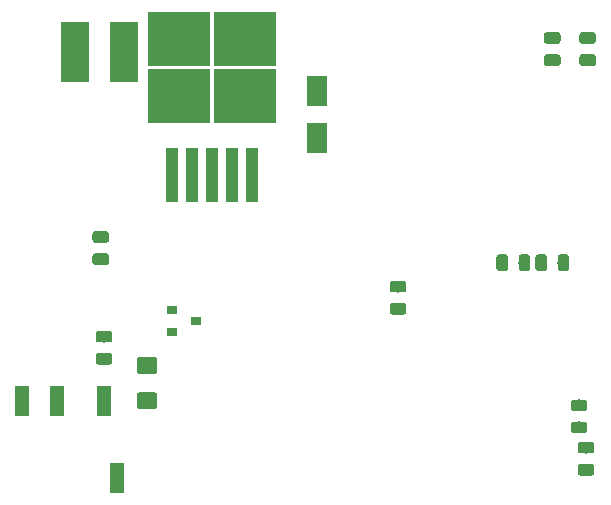
<source format=gbr>
G04 #@! TF.GenerationSoftware,KiCad,Pcbnew,(5.0.2)-1*
G04 #@! TF.CreationDate,2019-04-21T19:49:24-04:00*
G04 #@! TF.ProjectId,_saved__saved_tDCS,5f736176-6564-45f5-9f73-617665645f74,rev?*
G04 #@! TF.SameCoordinates,Original*
G04 #@! TF.FileFunction,Paste,Top*
G04 #@! TF.FilePolarity,Positive*
%FSLAX46Y46*%
G04 Gerber Fmt 4.6, Leading zero omitted, Abs format (unit mm)*
G04 Created by KiCad (PCBNEW (5.0.2)-1) date 4/21/2019 7:49:24 PM*
%MOMM*%
%LPD*%
G01*
G04 APERTURE LIST*
%ADD10C,0.100000*%
%ADD11C,0.975000*%
%ADD12R,2.350000X5.100000*%
%ADD13R,1.100000X4.600000*%
%ADD14R,5.250000X4.550000*%
%ADD15R,0.900000X0.800000*%
%ADD16R,1.200000X2.500000*%
%ADD17C,1.425000*%
%ADD18R,1.800000X2.500000*%
G04 APERTURE END LIST*
D10*
G04 #@! TO.C,R5*
G36*
X256430142Y-75688674D02*
X256453803Y-75692184D01*
X256477007Y-75697996D01*
X256499529Y-75706054D01*
X256521153Y-75716282D01*
X256541670Y-75728579D01*
X256560883Y-75742829D01*
X256578607Y-75758893D01*
X256594671Y-75776617D01*
X256608921Y-75795830D01*
X256621218Y-75816347D01*
X256631446Y-75837971D01*
X256639504Y-75860493D01*
X256645316Y-75883697D01*
X256648826Y-75907358D01*
X256650000Y-75931250D01*
X256650000Y-76418750D01*
X256648826Y-76442642D01*
X256645316Y-76466303D01*
X256639504Y-76489507D01*
X256631446Y-76512029D01*
X256621218Y-76533653D01*
X256608921Y-76554170D01*
X256594671Y-76573383D01*
X256578607Y-76591107D01*
X256560883Y-76607171D01*
X256541670Y-76621421D01*
X256521153Y-76633718D01*
X256499529Y-76643946D01*
X256477007Y-76652004D01*
X256453803Y-76657816D01*
X256430142Y-76661326D01*
X256406250Y-76662500D01*
X255493750Y-76662500D01*
X255469858Y-76661326D01*
X255446197Y-76657816D01*
X255422993Y-76652004D01*
X255400471Y-76643946D01*
X255378847Y-76633718D01*
X255358330Y-76621421D01*
X255339117Y-76607171D01*
X255321393Y-76591107D01*
X255305329Y-76573383D01*
X255291079Y-76554170D01*
X255278782Y-76533653D01*
X255268554Y-76512029D01*
X255260496Y-76489507D01*
X255254684Y-76466303D01*
X255251174Y-76442642D01*
X255250000Y-76418750D01*
X255250000Y-75931250D01*
X255251174Y-75907358D01*
X255254684Y-75883697D01*
X255260496Y-75860493D01*
X255268554Y-75837971D01*
X255278782Y-75816347D01*
X255291079Y-75795830D01*
X255305329Y-75776617D01*
X255321393Y-75758893D01*
X255339117Y-75742829D01*
X255358330Y-75728579D01*
X255378847Y-75716282D01*
X255400471Y-75706054D01*
X255422993Y-75697996D01*
X255446197Y-75692184D01*
X255469858Y-75688674D01*
X255493750Y-75687500D01*
X256406250Y-75687500D01*
X256430142Y-75688674D01*
X256430142Y-75688674D01*
G37*
D11*
X255950000Y-76175000D03*
D10*
G36*
X256430142Y-77563674D02*
X256453803Y-77567184D01*
X256477007Y-77572996D01*
X256499529Y-77581054D01*
X256521153Y-77591282D01*
X256541670Y-77603579D01*
X256560883Y-77617829D01*
X256578607Y-77633893D01*
X256594671Y-77651617D01*
X256608921Y-77670830D01*
X256621218Y-77691347D01*
X256631446Y-77712971D01*
X256639504Y-77735493D01*
X256645316Y-77758697D01*
X256648826Y-77782358D01*
X256650000Y-77806250D01*
X256650000Y-78293750D01*
X256648826Y-78317642D01*
X256645316Y-78341303D01*
X256639504Y-78364507D01*
X256631446Y-78387029D01*
X256621218Y-78408653D01*
X256608921Y-78429170D01*
X256594671Y-78448383D01*
X256578607Y-78466107D01*
X256560883Y-78482171D01*
X256541670Y-78496421D01*
X256521153Y-78508718D01*
X256499529Y-78518946D01*
X256477007Y-78527004D01*
X256453803Y-78532816D01*
X256430142Y-78536326D01*
X256406250Y-78537500D01*
X255493750Y-78537500D01*
X255469858Y-78536326D01*
X255446197Y-78532816D01*
X255422993Y-78527004D01*
X255400471Y-78518946D01*
X255378847Y-78508718D01*
X255358330Y-78496421D01*
X255339117Y-78482171D01*
X255321393Y-78466107D01*
X255305329Y-78448383D01*
X255291079Y-78429170D01*
X255278782Y-78408653D01*
X255268554Y-78387029D01*
X255260496Y-78364507D01*
X255254684Y-78341303D01*
X255251174Y-78317642D01*
X255250000Y-78293750D01*
X255250000Y-77806250D01*
X255251174Y-77782358D01*
X255254684Y-77758697D01*
X255260496Y-77735493D01*
X255268554Y-77712971D01*
X255278782Y-77691347D01*
X255291079Y-77670830D01*
X255305329Y-77651617D01*
X255321393Y-77633893D01*
X255339117Y-77617829D01*
X255358330Y-77603579D01*
X255378847Y-77591282D01*
X255400471Y-77581054D01*
X255422993Y-77572996D01*
X255446197Y-77567184D01*
X255469858Y-77563674D01*
X255493750Y-77562500D01*
X256406250Y-77562500D01*
X256430142Y-77563674D01*
X256430142Y-77563674D01*
G37*
D11*
X255950000Y-78050000D03*
G04 #@! TD*
D12*
G04 #@! TO.C,L1*
X212555000Y-77343000D03*
X216705000Y-77343000D03*
G04 #@! TD*
D13*
G04 #@! TO.C,U1*
X220755000Y-87817000D03*
X222455000Y-87817000D03*
X224155000Y-87817000D03*
X225855000Y-87817000D03*
X227555000Y-87817000D03*
D14*
X226930000Y-76242000D03*
X221380000Y-81092000D03*
X221380000Y-76242000D03*
X226930000Y-81092000D03*
G04 #@! TD*
D15*
G04 #@! TO.C,Q3*
X220775000Y-99200000D03*
X220775000Y-101100000D03*
X222775000Y-100150000D03*
G04 #@! TD*
D16*
G04 #@! TO.C,J1*
X216125000Y-113450000D03*
X215025000Y-106950000D03*
X211025000Y-106950000D03*
X208025000Y-106950000D03*
G04 #@! TD*
D10*
G04 #@! TO.C,D1*
G36*
X215480142Y-102851174D02*
X215503803Y-102854684D01*
X215527007Y-102860496D01*
X215549529Y-102868554D01*
X215571153Y-102878782D01*
X215591670Y-102891079D01*
X215610883Y-102905329D01*
X215628607Y-102921393D01*
X215644671Y-102939117D01*
X215658921Y-102958330D01*
X215671218Y-102978847D01*
X215681446Y-103000471D01*
X215689504Y-103022993D01*
X215695316Y-103046197D01*
X215698826Y-103069858D01*
X215700000Y-103093750D01*
X215700000Y-103581250D01*
X215698826Y-103605142D01*
X215695316Y-103628803D01*
X215689504Y-103652007D01*
X215681446Y-103674529D01*
X215671218Y-103696153D01*
X215658921Y-103716670D01*
X215644671Y-103735883D01*
X215628607Y-103753607D01*
X215610883Y-103769671D01*
X215591670Y-103783921D01*
X215571153Y-103796218D01*
X215549529Y-103806446D01*
X215527007Y-103814504D01*
X215503803Y-103820316D01*
X215480142Y-103823826D01*
X215456250Y-103825000D01*
X214543750Y-103825000D01*
X214519858Y-103823826D01*
X214496197Y-103820316D01*
X214472993Y-103814504D01*
X214450471Y-103806446D01*
X214428847Y-103796218D01*
X214408330Y-103783921D01*
X214389117Y-103769671D01*
X214371393Y-103753607D01*
X214355329Y-103735883D01*
X214341079Y-103716670D01*
X214328782Y-103696153D01*
X214318554Y-103674529D01*
X214310496Y-103652007D01*
X214304684Y-103628803D01*
X214301174Y-103605142D01*
X214300000Y-103581250D01*
X214300000Y-103093750D01*
X214301174Y-103069858D01*
X214304684Y-103046197D01*
X214310496Y-103022993D01*
X214318554Y-103000471D01*
X214328782Y-102978847D01*
X214341079Y-102958330D01*
X214355329Y-102939117D01*
X214371393Y-102921393D01*
X214389117Y-102905329D01*
X214408330Y-102891079D01*
X214428847Y-102878782D01*
X214450471Y-102868554D01*
X214472993Y-102860496D01*
X214496197Y-102854684D01*
X214519858Y-102851174D01*
X214543750Y-102850000D01*
X215456250Y-102850000D01*
X215480142Y-102851174D01*
X215480142Y-102851174D01*
G37*
D11*
X215000000Y-103337500D03*
D10*
G36*
X215480142Y-100976174D02*
X215503803Y-100979684D01*
X215527007Y-100985496D01*
X215549529Y-100993554D01*
X215571153Y-101003782D01*
X215591670Y-101016079D01*
X215610883Y-101030329D01*
X215628607Y-101046393D01*
X215644671Y-101064117D01*
X215658921Y-101083330D01*
X215671218Y-101103847D01*
X215681446Y-101125471D01*
X215689504Y-101147993D01*
X215695316Y-101171197D01*
X215698826Y-101194858D01*
X215700000Y-101218750D01*
X215700000Y-101706250D01*
X215698826Y-101730142D01*
X215695316Y-101753803D01*
X215689504Y-101777007D01*
X215681446Y-101799529D01*
X215671218Y-101821153D01*
X215658921Y-101841670D01*
X215644671Y-101860883D01*
X215628607Y-101878607D01*
X215610883Y-101894671D01*
X215591670Y-101908921D01*
X215571153Y-101921218D01*
X215549529Y-101931446D01*
X215527007Y-101939504D01*
X215503803Y-101945316D01*
X215480142Y-101948826D01*
X215456250Y-101950000D01*
X214543750Y-101950000D01*
X214519858Y-101948826D01*
X214496197Y-101945316D01*
X214472993Y-101939504D01*
X214450471Y-101931446D01*
X214428847Y-101921218D01*
X214408330Y-101908921D01*
X214389117Y-101894671D01*
X214371393Y-101878607D01*
X214355329Y-101860883D01*
X214341079Y-101841670D01*
X214328782Y-101821153D01*
X214318554Y-101799529D01*
X214310496Y-101777007D01*
X214304684Y-101753803D01*
X214301174Y-101730142D01*
X214300000Y-101706250D01*
X214300000Y-101218750D01*
X214301174Y-101194858D01*
X214304684Y-101171197D01*
X214310496Y-101147993D01*
X214318554Y-101125471D01*
X214328782Y-101103847D01*
X214341079Y-101083330D01*
X214355329Y-101064117D01*
X214371393Y-101046393D01*
X214389117Y-101030329D01*
X214408330Y-101016079D01*
X214428847Y-101003782D01*
X214450471Y-100993554D01*
X214472993Y-100985496D01*
X214496197Y-100979684D01*
X214519858Y-100976174D01*
X214543750Y-100975000D01*
X215456250Y-100975000D01*
X215480142Y-100976174D01*
X215480142Y-100976174D01*
G37*
D11*
X215000000Y-101462500D03*
G04 #@! TD*
D10*
G04 #@! TO.C,R1*
G36*
X219299504Y-103201204D02*
X219323773Y-103204804D01*
X219347571Y-103210765D01*
X219370671Y-103219030D01*
X219392849Y-103229520D01*
X219413893Y-103242133D01*
X219433598Y-103256747D01*
X219451777Y-103273223D01*
X219468253Y-103291402D01*
X219482867Y-103311107D01*
X219495480Y-103332151D01*
X219505970Y-103354329D01*
X219514235Y-103377429D01*
X219520196Y-103401227D01*
X219523796Y-103425496D01*
X219525000Y-103450000D01*
X219525000Y-104375000D01*
X219523796Y-104399504D01*
X219520196Y-104423773D01*
X219514235Y-104447571D01*
X219505970Y-104470671D01*
X219495480Y-104492849D01*
X219482867Y-104513893D01*
X219468253Y-104533598D01*
X219451777Y-104551777D01*
X219433598Y-104568253D01*
X219413893Y-104582867D01*
X219392849Y-104595480D01*
X219370671Y-104605970D01*
X219347571Y-104614235D01*
X219323773Y-104620196D01*
X219299504Y-104623796D01*
X219275000Y-104625000D01*
X218025000Y-104625000D01*
X218000496Y-104623796D01*
X217976227Y-104620196D01*
X217952429Y-104614235D01*
X217929329Y-104605970D01*
X217907151Y-104595480D01*
X217886107Y-104582867D01*
X217866402Y-104568253D01*
X217848223Y-104551777D01*
X217831747Y-104533598D01*
X217817133Y-104513893D01*
X217804520Y-104492849D01*
X217794030Y-104470671D01*
X217785765Y-104447571D01*
X217779804Y-104423773D01*
X217776204Y-104399504D01*
X217775000Y-104375000D01*
X217775000Y-103450000D01*
X217776204Y-103425496D01*
X217779804Y-103401227D01*
X217785765Y-103377429D01*
X217794030Y-103354329D01*
X217804520Y-103332151D01*
X217817133Y-103311107D01*
X217831747Y-103291402D01*
X217848223Y-103273223D01*
X217866402Y-103256747D01*
X217886107Y-103242133D01*
X217907151Y-103229520D01*
X217929329Y-103219030D01*
X217952429Y-103210765D01*
X217976227Y-103204804D01*
X218000496Y-103201204D01*
X218025000Y-103200000D01*
X219275000Y-103200000D01*
X219299504Y-103201204D01*
X219299504Y-103201204D01*
G37*
D17*
X218650000Y-103912500D03*
D10*
G36*
X219300069Y-106176201D02*
X219324276Y-106179792D01*
X219348015Y-106185738D01*
X219371057Y-106193982D01*
X219393180Y-106204446D01*
X219414171Y-106217027D01*
X219433827Y-106231605D01*
X219451960Y-106248040D01*
X219468395Y-106266173D01*
X219482973Y-106285829D01*
X219495554Y-106306820D01*
X219506018Y-106328943D01*
X219514262Y-106351985D01*
X219520208Y-106375724D01*
X219523799Y-106399931D01*
X219525000Y-106424374D01*
X219525000Y-107350626D01*
X219523799Y-107375069D01*
X219520208Y-107399276D01*
X219514262Y-107423015D01*
X219506018Y-107446057D01*
X219495554Y-107468180D01*
X219482973Y-107489171D01*
X219468395Y-107508827D01*
X219451960Y-107526960D01*
X219433827Y-107543395D01*
X219414171Y-107557973D01*
X219393180Y-107570554D01*
X219371057Y-107581018D01*
X219348015Y-107589262D01*
X219324276Y-107595208D01*
X219300069Y-107598799D01*
X219275626Y-107600000D01*
X218024374Y-107600000D01*
X217999931Y-107598799D01*
X217975724Y-107595208D01*
X217951985Y-107589262D01*
X217928943Y-107581018D01*
X217906820Y-107570554D01*
X217885829Y-107557973D01*
X217866173Y-107543395D01*
X217848040Y-107526960D01*
X217831605Y-107508827D01*
X217817027Y-107489171D01*
X217804446Y-107468180D01*
X217793982Y-107446057D01*
X217785738Y-107423015D01*
X217779792Y-107399276D01*
X217776201Y-107375069D01*
X217775000Y-107350626D01*
X217775000Y-106424374D01*
X217776201Y-106399931D01*
X217779792Y-106375724D01*
X217785738Y-106351985D01*
X217793982Y-106328943D01*
X217804446Y-106306820D01*
X217817027Y-106285829D01*
X217831605Y-106266173D01*
X217848040Y-106248040D01*
X217866173Y-106231605D01*
X217885829Y-106217027D01*
X217906820Y-106204446D01*
X217928943Y-106193982D01*
X217951985Y-106185738D01*
X217975724Y-106179792D01*
X217999931Y-106176201D01*
X218024374Y-106175000D01*
X219275626Y-106175000D01*
X219300069Y-106176201D01*
X219300069Y-106176201D01*
G37*
D17*
X218650000Y-106887500D03*
G04 #@! TD*
D10*
G04 #@! TO.C,R4*
G36*
X253430142Y-77563674D02*
X253453803Y-77567184D01*
X253477007Y-77572996D01*
X253499529Y-77581054D01*
X253521153Y-77591282D01*
X253541670Y-77603579D01*
X253560883Y-77617829D01*
X253578607Y-77633893D01*
X253594671Y-77651617D01*
X253608921Y-77670830D01*
X253621218Y-77691347D01*
X253631446Y-77712971D01*
X253639504Y-77735493D01*
X253645316Y-77758697D01*
X253648826Y-77782358D01*
X253650000Y-77806250D01*
X253650000Y-78293750D01*
X253648826Y-78317642D01*
X253645316Y-78341303D01*
X253639504Y-78364507D01*
X253631446Y-78387029D01*
X253621218Y-78408653D01*
X253608921Y-78429170D01*
X253594671Y-78448383D01*
X253578607Y-78466107D01*
X253560883Y-78482171D01*
X253541670Y-78496421D01*
X253521153Y-78508718D01*
X253499529Y-78518946D01*
X253477007Y-78527004D01*
X253453803Y-78532816D01*
X253430142Y-78536326D01*
X253406250Y-78537500D01*
X252493750Y-78537500D01*
X252469858Y-78536326D01*
X252446197Y-78532816D01*
X252422993Y-78527004D01*
X252400471Y-78518946D01*
X252378847Y-78508718D01*
X252358330Y-78496421D01*
X252339117Y-78482171D01*
X252321393Y-78466107D01*
X252305329Y-78448383D01*
X252291079Y-78429170D01*
X252278782Y-78408653D01*
X252268554Y-78387029D01*
X252260496Y-78364507D01*
X252254684Y-78341303D01*
X252251174Y-78317642D01*
X252250000Y-78293750D01*
X252250000Y-77806250D01*
X252251174Y-77782358D01*
X252254684Y-77758697D01*
X252260496Y-77735493D01*
X252268554Y-77712971D01*
X252278782Y-77691347D01*
X252291079Y-77670830D01*
X252305329Y-77651617D01*
X252321393Y-77633893D01*
X252339117Y-77617829D01*
X252358330Y-77603579D01*
X252378847Y-77591282D01*
X252400471Y-77581054D01*
X252422993Y-77572996D01*
X252446197Y-77567184D01*
X252469858Y-77563674D01*
X252493750Y-77562500D01*
X253406250Y-77562500D01*
X253430142Y-77563674D01*
X253430142Y-77563674D01*
G37*
D11*
X252950000Y-78050000D03*
D10*
G36*
X253430142Y-75688674D02*
X253453803Y-75692184D01*
X253477007Y-75697996D01*
X253499529Y-75706054D01*
X253521153Y-75716282D01*
X253541670Y-75728579D01*
X253560883Y-75742829D01*
X253578607Y-75758893D01*
X253594671Y-75776617D01*
X253608921Y-75795830D01*
X253621218Y-75816347D01*
X253631446Y-75837971D01*
X253639504Y-75860493D01*
X253645316Y-75883697D01*
X253648826Y-75907358D01*
X253650000Y-75931250D01*
X253650000Y-76418750D01*
X253648826Y-76442642D01*
X253645316Y-76466303D01*
X253639504Y-76489507D01*
X253631446Y-76512029D01*
X253621218Y-76533653D01*
X253608921Y-76554170D01*
X253594671Y-76573383D01*
X253578607Y-76591107D01*
X253560883Y-76607171D01*
X253541670Y-76621421D01*
X253521153Y-76633718D01*
X253499529Y-76643946D01*
X253477007Y-76652004D01*
X253453803Y-76657816D01*
X253430142Y-76661326D01*
X253406250Y-76662500D01*
X252493750Y-76662500D01*
X252469858Y-76661326D01*
X252446197Y-76657816D01*
X252422993Y-76652004D01*
X252400471Y-76643946D01*
X252378847Y-76633718D01*
X252358330Y-76621421D01*
X252339117Y-76607171D01*
X252321393Y-76591107D01*
X252305329Y-76573383D01*
X252291079Y-76554170D01*
X252278782Y-76533653D01*
X252268554Y-76512029D01*
X252260496Y-76489507D01*
X252254684Y-76466303D01*
X252251174Y-76442642D01*
X252250000Y-76418750D01*
X252250000Y-75931250D01*
X252251174Y-75907358D01*
X252254684Y-75883697D01*
X252260496Y-75860493D01*
X252268554Y-75837971D01*
X252278782Y-75816347D01*
X252291079Y-75795830D01*
X252305329Y-75776617D01*
X252321393Y-75758893D01*
X252339117Y-75742829D01*
X252358330Y-75728579D01*
X252378847Y-75716282D01*
X252400471Y-75706054D01*
X252422993Y-75697996D01*
X252446197Y-75692184D01*
X252469858Y-75688674D01*
X252493750Y-75687500D01*
X253406250Y-75687500D01*
X253430142Y-75688674D01*
X253430142Y-75688674D01*
G37*
D11*
X252950000Y-76175000D03*
G04 #@! TD*
D10*
G04 #@! TO.C,R6*
G36*
X240370142Y-96743674D02*
X240393803Y-96747184D01*
X240417007Y-96752996D01*
X240439529Y-96761054D01*
X240461153Y-96771282D01*
X240481670Y-96783579D01*
X240500883Y-96797829D01*
X240518607Y-96813893D01*
X240534671Y-96831617D01*
X240548921Y-96850830D01*
X240561218Y-96871347D01*
X240571446Y-96892971D01*
X240579504Y-96915493D01*
X240585316Y-96938697D01*
X240588826Y-96962358D01*
X240590000Y-96986250D01*
X240590000Y-97473750D01*
X240588826Y-97497642D01*
X240585316Y-97521303D01*
X240579504Y-97544507D01*
X240571446Y-97567029D01*
X240561218Y-97588653D01*
X240548921Y-97609170D01*
X240534671Y-97628383D01*
X240518607Y-97646107D01*
X240500883Y-97662171D01*
X240481670Y-97676421D01*
X240461153Y-97688718D01*
X240439529Y-97698946D01*
X240417007Y-97707004D01*
X240393803Y-97712816D01*
X240370142Y-97716326D01*
X240346250Y-97717500D01*
X239433750Y-97717500D01*
X239409858Y-97716326D01*
X239386197Y-97712816D01*
X239362993Y-97707004D01*
X239340471Y-97698946D01*
X239318847Y-97688718D01*
X239298330Y-97676421D01*
X239279117Y-97662171D01*
X239261393Y-97646107D01*
X239245329Y-97628383D01*
X239231079Y-97609170D01*
X239218782Y-97588653D01*
X239208554Y-97567029D01*
X239200496Y-97544507D01*
X239194684Y-97521303D01*
X239191174Y-97497642D01*
X239190000Y-97473750D01*
X239190000Y-96986250D01*
X239191174Y-96962358D01*
X239194684Y-96938697D01*
X239200496Y-96915493D01*
X239208554Y-96892971D01*
X239218782Y-96871347D01*
X239231079Y-96850830D01*
X239245329Y-96831617D01*
X239261393Y-96813893D01*
X239279117Y-96797829D01*
X239298330Y-96783579D01*
X239318847Y-96771282D01*
X239340471Y-96761054D01*
X239362993Y-96752996D01*
X239386197Y-96747184D01*
X239409858Y-96743674D01*
X239433750Y-96742500D01*
X240346250Y-96742500D01*
X240370142Y-96743674D01*
X240370142Y-96743674D01*
G37*
D11*
X239890000Y-97230000D03*
D10*
G36*
X240370142Y-98618674D02*
X240393803Y-98622184D01*
X240417007Y-98627996D01*
X240439529Y-98636054D01*
X240461153Y-98646282D01*
X240481670Y-98658579D01*
X240500883Y-98672829D01*
X240518607Y-98688893D01*
X240534671Y-98706617D01*
X240548921Y-98725830D01*
X240561218Y-98746347D01*
X240571446Y-98767971D01*
X240579504Y-98790493D01*
X240585316Y-98813697D01*
X240588826Y-98837358D01*
X240590000Y-98861250D01*
X240590000Y-99348750D01*
X240588826Y-99372642D01*
X240585316Y-99396303D01*
X240579504Y-99419507D01*
X240571446Y-99442029D01*
X240561218Y-99463653D01*
X240548921Y-99484170D01*
X240534671Y-99503383D01*
X240518607Y-99521107D01*
X240500883Y-99537171D01*
X240481670Y-99551421D01*
X240461153Y-99563718D01*
X240439529Y-99573946D01*
X240417007Y-99582004D01*
X240393803Y-99587816D01*
X240370142Y-99591326D01*
X240346250Y-99592500D01*
X239433750Y-99592500D01*
X239409858Y-99591326D01*
X239386197Y-99587816D01*
X239362993Y-99582004D01*
X239340471Y-99573946D01*
X239318847Y-99563718D01*
X239298330Y-99551421D01*
X239279117Y-99537171D01*
X239261393Y-99521107D01*
X239245329Y-99503383D01*
X239231079Y-99484170D01*
X239218782Y-99463653D01*
X239208554Y-99442029D01*
X239200496Y-99419507D01*
X239194684Y-99396303D01*
X239191174Y-99372642D01*
X239190000Y-99348750D01*
X239190000Y-98861250D01*
X239191174Y-98837358D01*
X239194684Y-98813697D01*
X239200496Y-98790493D01*
X239208554Y-98767971D01*
X239218782Y-98746347D01*
X239231079Y-98725830D01*
X239245329Y-98706617D01*
X239261393Y-98688893D01*
X239279117Y-98672829D01*
X239298330Y-98658579D01*
X239318847Y-98646282D01*
X239340471Y-98636054D01*
X239362993Y-98627996D01*
X239386197Y-98622184D01*
X239409858Y-98618674D01*
X239433750Y-98617500D01*
X240346250Y-98617500D01*
X240370142Y-98618674D01*
X240370142Y-98618674D01*
G37*
D11*
X239890000Y-99105000D03*
G04 #@! TD*
D10*
G04 #@! TO.C,R7*
G36*
X256280142Y-112251174D02*
X256303803Y-112254684D01*
X256327007Y-112260496D01*
X256349529Y-112268554D01*
X256371153Y-112278782D01*
X256391670Y-112291079D01*
X256410883Y-112305329D01*
X256428607Y-112321393D01*
X256444671Y-112339117D01*
X256458921Y-112358330D01*
X256471218Y-112378847D01*
X256481446Y-112400471D01*
X256489504Y-112422993D01*
X256495316Y-112446197D01*
X256498826Y-112469858D01*
X256500000Y-112493750D01*
X256500000Y-112981250D01*
X256498826Y-113005142D01*
X256495316Y-113028803D01*
X256489504Y-113052007D01*
X256481446Y-113074529D01*
X256471218Y-113096153D01*
X256458921Y-113116670D01*
X256444671Y-113135883D01*
X256428607Y-113153607D01*
X256410883Y-113169671D01*
X256391670Y-113183921D01*
X256371153Y-113196218D01*
X256349529Y-113206446D01*
X256327007Y-113214504D01*
X256303803Y-113220316D01*
X256280142Y-113223826D01*
X256256250Y-113225000D01*
X255343750Y-113225000D01*
X255319858Y-113223826D01*
X255296197Y-113220316D01*
X255272993Y-113214504D01*
X255250471Y-113206446D01*
X255228847Y-113196218D01*
X255208330Y-113183921D01*
X255189117Y-113169671D01*
X255171393Y-113153607D01*
X255155329Y-113135883D01*
X255141079Y-113116670D01*
X255128782Y-113096153D01*
X255118554Y-113074529D01*
X255110496Y-113052007D01*
X255104684Y-113028803D01*
X255101174Y-113005142D01*
X255100000Y-112981250D01*
X255100000Y-112493750D01*
X255101174Y-112469858D01*
X255104684Y-112446197D01*
X255110496Y-112422993D01*
X255118554Y-112400471D01*
X255128782Y-112378847D01*
X255141079Y-112358330D01*
X255155329Y-112339117D01*
X255171393Y-112321393D01*
X255189117Y-112305329D01*
X255208330Y-112291079D01*
X255228847Y-112278782D01*
X255250471Y-112268554D01*
X255272993Y-112260496D01*
X255296197Y-112254684D01*
X255319858Y-112251174D01*
X255343750Y-112250000D01*
X256256250Y-112250000D01*
X256280142Y-112251174D01*
X256280142Y-112251174D01*
G37*
D11*
X255800000Y-112737500D03*
D10*
G36*
X256280142Y-110376174D02*
X256303803Y-110379684D01*
X256327007Y-110385496D01*
X256349529Y-110393554D01*
X256371153Y-110403782D01*
X256391670Y-110416079D01*
X256410883Y-110430329D01*
X256428607Y-110446393D01*
X256444671Y-110464117D01*
X256458921Y-110483330D01*
X256471218Y-110503847D01*
X256481446Y-110525471D01*
X256489504Y-110547993D01*
X256495316Y-110571197D01*
X256498826Y-110594858D01*
X256500000Y-110618750D01*
X256500000Y-111106250D01*
X256498826Y-111130142D01*
X256495316Y-111153803D01*
X256489504Y-111177007D01*
X256481446Y-111199529D01*
X256471218Y-111221153D01*
X256458921Y-111241670D01*
X256444671Y-111260883D01*
X256428607Y-111278607D01*
X256410883Y-111294671D01*
X256391670Y-111308921D01*
X256371153Y-111321218D01*
X256349529Y-111331446D01*
X256327007Y-111339504D01*
X256303803Y-111345316D01*
X256280142Y-111348826D01*
X256256250Y-111350000D01*
X255343750Y-111350000D01*
X255319858Y-111348826D01*
X255296197Y-111345316D01*
X255272993Y-111339504D01*
X255250471Y-111331446D01*
X255228847Y-111321218D01*
X255208330Y-111308921D01*
X255189117Y-111294671D01*
X255171393Y-111278607D01*
X255155329Y-111260883D01*
X255141079Y-111241670D01*
X255128782Y-111221153D01*
X255118554Y-111199529D01*
X255110496Y-111177007D01*
X255104684Y-111153803D01*
X255101174Y-111130142D01*
X255100000Y-111106250D01*
X255100000Y-110618750D01*
X255101174Y-110594858D01*
X255104684Y-110571197D01*
X255110496Y-110547993D01*
X255118554Y-110525471D01*
X255128782Y-110503847D01*
X255141079Y-110483330D01*
X255155329Y-110464117D01*
X255171393Y-110446393D01*
X255189117Y-110430329D01*
X255208330Y-110416079D01*
X255228847Y-110403782D01*
X255250471Y-110393554D01*
X255272993Y-110385496D01*
X255296197Y-110379684D01*
X255319858Y-110376174D01*
X255343750Y-110375000D01*
X256256250Y-110375000D01*
X256280142Y-110376174D01*
X256280142Y-110376174D01*
G37*
D11*
X255800000Y-110862500D03*
G04 #@! TD*
D10*
G04 #@! TO.C,R8*
G36*
X255700142Y-106793674D02*
X255723803Y-106797184D01*
X255747007Y-106802996D01*
X255769529Y-106811054D01*
X255791153Y-106821282D01*
X255811670Y-106833579D01*
X255830883Y-106847829D01*
X255848607Y-106863893D01*
X255864671Y-106881617D01*
X255878921Y-106900830D01*
X255891218Y-106921347D01*
X255901446Y-106942971D01*
X255909504Y-106965493D01*
X255915316Y-106988697D01*
X255918826Y-107012358D01*
X255920000Y-107036250D01*
X255920000Y-107523750D01*
X255918826Y-107547642D01*
X255915316Y-107571303D01*
X255909504Y-107594507D01*
X255901446Y-107617029D01*
X255891218Y-107638653D01*
X255878921Y-107659170D01*
X255864671Y-107678383D01*
X255848607Y-107696107D01*
X255830883Y-107712171D01*
X255811670Y-107726421D01*
X255791153Y-107738718D01*
X255769529Y-107748946D01*
X255747007Y-107757004D01*
X255723803Y-107762816D01*
X255700142Y-107766326D01*
X255676250Y-107767500D01*
X254763750Y-107767500D01*
X254739858Y-107766326D01*
X254716197Y-107762816D01*
X254692993Y-107757004D01*
X254670471Y-107748946D01*
X254648847Y-107738718D01*
X254628330Y-107726421D01*
X254609117Y-107712171D01*
X254591393Y-107696107D01*
X254575329Y-107678383D01*
X254561079Y-107659170D01*
X254548782Y-107638653D01*
X254538554Y-107617029D01*
X254530496Y-107594507D01*
X254524684Y-107571303D01*
X254521174Y-107547642D01*
X254520000Y-107523750D01*
X254520000Y-107036250D01*
X254521174Y-107012358D01*
X254524684Y-106988697D01*
X254530496Y-106965493D01*
X254538554Y-106942971D01*
X254548782Y-106921347D01*
X254561079Y-106900830D01*
X254575329Y-106881617D01*
X254591393Y-106863893D01*
X254609117Y-106847829D01*
X254628330Y-106833579D01*
X254648847Y-106821282D01*
X254670471Y-106811054D01*
X254692993Y-106802996D01*
X254716197Y-106797184D01*
X254739858Y-106793674D01*
X254763750Y-106792500D01*
X255676250Y-106792500D01*
X255700142Y-106793674D01*
X255700142Y-106793674D01*
G37*
D11*
X255220000Y-107280000D03*
D10*
G36*
X255700142Y-108668674D02*
X255723803Y-108672184D01*
X255747007Y-108677996D01*
X255769529Y-108686054D01*
X255791153Y-108696282D01*
X255811670Y-108708579D01*
X255830883Y-108722829D01*
X255848607Y-108738893D01*
X255864671Y-108756617D01*
X255878921Y-108775830D01*
X255891218Y-108796347D01*
X255901446Y-108817971D01*
X255909504Y-108840493D01*
X255915316Y-108863697D01*
X255918826Y-108887358D01*
X255920000Y-108911250D01*
X255920000Y-109398750D01*
X255918826Y-109422642D01*
X255915316Y-109446303D01*
X255909504Y-109469507D01*
X255901446Y-109492029D01*
X255891218Y-109513653D01*
X255878921Y-109534170D01*
X255864671Y-109553383D01*
X255848607Y-109571107D01*
X255830883Y-109587171D01*
X255811670Y-109601421D01*
X255791153Y-109613718D01*
X255769529Y-109623946D01*
X255747007Y-109632004D01*
X255723803Y-109637816D01*
X255700142Y-109641326D01*
X255676250Y-109642500D01*
X254763750Y-109642500D01*
X254739858Y-109641326D01*
X254716197Y-109637816D01*
X254692993Y-109632004D01*
X254670471Y-109623946D01*
X254648847Y-109613718D01*
X254628330Y-109601421D01*
X254609117Y-109587171D01*
X254591393Y-109571107D01*
X254575329Y-109553383D01*
X254561079Y-109534170D01*
X254548782Y-109513653D01*
X254538554Y-109492029D01*
X254530496Y-109469507D01*
X254524684Y-109446303D01*
X254521174Y-109422642D01*
X254520000Y-109398750D01*
X254520000Y-108911250D01*
X254521174Y-108887358D01*
X254524684Y-108863697D01*
X254530496Y-108840493D01*
X254538554Y-108817971D01*
X254548782Y-108796347D01*
X254561079Y-108775830D01*
X254575329Y-108756617D01*
X254591393Y-108738893D01*
X254609117Y-108722829D01*
X254628330Y-108708579D01*
X254648847Y-108696282D01*
X254670471Y-108686054D01*
X254692993Y-108677996D01*
X254716197Y-108672184D01*
X254739858Y-108668674D01*
X254763750Y-108667500D01*
X255676250Y-108667500D01*
X255700142Y-108668674D01*
X255700142Y-108668674D01*
G37*
D11*
X255220000Y-109155000D03*
G04 #@! TD*
D10*
G04 #@! TO.C,R10*
G36*
X215200142Y-94421174D02*
X215223803Y-94424684D01*
X215247007Y-94430496D01*
X215269529Y-94438554D01*
X215291153Y-94448782D01*
X215311670Y-94461079D01*
X215330883Y-94475329D01*
X215348607Y-94491393D01*
X215364671Y-94509117D01*
X215378921Y-94528330D01*
X215391218Y-94548847D01*
X215401446Y-94570471D01*
X215409504Y-94592993D01*
X215415316Y-94616197D01*
X215418826Y-94639858D01*
X215420000Y-94663750D01*
X215420000Y-95151250D01*
X215418826Y-95175142D01*
X215415316Y-95198803D01*
X215409504Y-95222007D01*
X215401446Y-95244529D01*
X215391218Y-95266153D01*
X215378921Y-95286670D01*
X215364671Y-95305883D01*
X215348607Y-95323607D01*
X215330883Y-95339671D01*
X215311670Y-95353921D01*
X215291153Y-95366218D01*
X215269529Y-95376446D01*
X215247007Y-95384504D01*
X215223803Y-95390316D01*
X215200142Y-95393826D01*
X215176250Y-95395000D01*
X214263750Y-95395000D01*
X214239858Y-95393826D01*
X214216197Y-95390316D01*
X214192993Y-95384504D01*
X214170471Y-95376446D01*
X214148847Y-95366218D01*
X214128330Y-95353921D01*
X214109117Y-95339671D01*
X214091393Y-95323607D01*
X214075329Y-95305883D01*
X214061079Y-95286670D01*
X214048782Y-95266153D01*
X214038554Y-95244529D01*
X214030496Y-95222007D01*
X214024684Y-95198803D01*
X214021174Y-95175142D01*
X214020000Y-95151250D01*
X214020000Y-94663750D01*
X214021174Y-94639858D01*
X214024684Y-94616197D01*
X214030496Y-94592993D01*
X214038554Y-94570471D01*
X214048782Y-94548847D01*
X214061079Y-94528330D01*
X214075329Y-94509117D01*
X214091393Y-94491393D01*
X214109117Y-94475329D01*
X214128330Y-94461079D01*
X214148847Y-94448782D01*
X214170471Y-94438554D01*
X214192993Y-94430496D01*
X214216197Y-94424684D01*
X214239858Y-94421174D01*
X214263750Y-94420000D01*
X215176250Y-94420000D01*
X215200142Y-94421174D01*
X215200142Y-94421174D01*
G37*
D11*
X214720000Y-94907500D03*
D10*
G36*
X215200142Y-92546174D02*
X215223803Y-92549684D01*
X215247007Y-92555496D01*
X215269529Y-92563554D01*
X215291153Y-92573782D01*
X215311670Y-92586079D01*
X215330883Y-92600329D01*
X215348607Y-92616393D01*
X215364671Y-92634117D01*
X215378921Y-92653330D01*
X215391218Y-92673847D01*
X215401446Y-92695471D01*
X215409504Y-92717993D01*
X215415316Y-92741197D01*
X215418826Y-92764858D01*
X215420000Y-92788750D01*
X215420000Y-93276250D01*
X215418826Y-93300142D01*
X215415316Y-93323803D01*
X215409504Y-93347007D01*
X215401446Y-93369529D01*
X215391218Y-93391153D01*
X215378921Y-93411670D01*
X215364671Y-93430883D01*
X215348607Y-93448607D01*
X215330883Y-93464671D01*
X215311670Y-93478921D01*
X215291153Y-93491218D01*
X215269529Y-93501446D01*
X215247007Y-93509504D01*
X215223803Y-93515316D01*
X215200142Y-93518826D01*
X215176250Y-93520000D01*
X214263750Y-93520000D01*
X214239858Y-93518826D01*
X214216197Y-93515316D01*
X214192993Y-93509504D01*
X214170471Y-93501446D01*
X214148847Y-93491218D01*
X214128330Y-93478921D01*
X214109117Y-93464671D01*
X214091393Y-93448607D01*
X214075329Y-93430883D01*
X214061079Y-93411670D01*
X214048782Y-93391153D01*
X214038554Y-93369529D01*
X214030496Y-93347007D01*
X214024684Y-93323803D01*
X214021174Y-93300142D01*
X214020000Y-93276250D01*
X214020000Y-92788750D01*
X214021174Y-92764858D01*
X214024684Y-92741197D01*
X214030496Y-92717993D01*
X214038554Y-92695471D01*
X214048782Y-92673847D01*
X214061079Y-92653330D01*
X214075329Y-92634117D01*
X214091393Y-92616393D01*
X214109117Y-92600329D01*
X214128330Y-92586079D01*
X214148847Y-92573782D01*
X214170471Y-92563554D01*
X214192993Y-92555496D01*
X214216197Y-92549684D01*
X214239858Y-92546174D01*
X214263750Y-92545000D01*
X215176250Y-92545000D01*
X215200142Y-92546174D01*
X215200142Y-92546174D01*
G37*
D11*
X214720000Y-93032500D03*
G04 #@! TD*
D10*
G04 #@! TO.C,C6*
G36*
X250855142Y-94501174D02*
X250878803Y-94504684D01*
X250902007Y-94510496D01*
X250924529Y-94518554D01*
X250946153Y-94528782D01*
X250966670Y-94541079D01*
X250985883Y-94555329D01*
X251003607Y-94571393D01*
X251019671Y-94589117D01*
X251033921Y-94608330D01*
X251046218Y-94628847D01*
X251056446Y-94650471D01*
X251064504Y-94672993D01*
X251070316Y-94696197D01*
X251073826Y-94719858D01*
X251075000Y-94743750D01*
X251075000Y-95656250D01*
X251073826Y-95680142D01*
X251070316Y-95703803D01*
X251064504Y-95727007D01*
X251056446Y-95749529D01*
X251046218Y-95771153D01*
X251033921Y-95791670D01*
X251019671Y-95810883D01*
X251003607Y-95828607D01*
X250985883Y-95844671D01*
X250966670Y-95858921D01*
X250946153Y-95871218D01*
X250924529Y-95881446D01*
X250902007Y-95889504D01*
X250878803Y-95895316D01*
X250855142Y-95898826D01*
X250831250Y-95900000D01*
X250343750Y-95900000D01*
X250319858Y-95898826D01*
X250296197Y-95895316D01*
X250272993Y-95889504D01*
X250250471Y-95881446D01*
X250228847Y-95871218D01*
X250208330Y-95858921D01*
X250189117Y-95844671D01*
X250171393Y-95828607D01*
X250155329Y-95810883D01*
X250141079Y-95791670D01*
X250128782Y-95771153D01*
X250118554Y-95749529D01*
X250110496Y-95727007D01*
X250104684Y-95703803D01*
X250101174Y-95680142D01*
X250100000Y-95656250D01*
X250100000Y-94743750D01*
X250101174Y-94719858D01*
X250104684Y-94696197D01*
X250110496Y-94672993D01*
X250118554Y-94650471D01*
X250128782Y-94628847D01*
X250141079Y-94608330D01*
X250155329Y-94589117D01*
X250171393Y-94571393D01*
X250189117Y-94555329D01*
X250208330Y-94541079D01*
X250228847Y-94528782D01*
X250250471Y-94518554D01*
X250272993Y-94510496D01*
X250296197Y-94504684D01*
X250319858Y-94501174D01*
X250343750Y-94500000D01*
X250831250Y-94500000D01*
X250855142Y-94501174D01*
X250855142Y-94501174D01*
G37*
D11*
X250587500Y-95200000D03*
D10*
G36*
X248980142Y-94501174D02*
X249003803Y-94504684D01*
X249027007Y-94510496D01*
X249049529Y-94518554D01*
X249071153Y-94528782D01*
X249091670Y-94541079D01*
X249110883Y-94555329D01*
X249128607Y-94571393D01*
X249144671Y-94589117D01*
X249158921Y-94608330D01*
X249171218Y-94628847D01*
X249181446Y-94650471D01*
X249189504Y-94672993D01*
X249195316Y-94696197D01*
X249198826Y-94719858D01*
X249200000Y-94743750D01*
X249200000Y-95656250D01*
X249198826Y-95680142D01*
X249195316Y-95703803D01*
X249189504Y-95727007D01*
X249181446Y-95749529D01*
X249171218Y-95771153D01*
X249158921Y-95791670D01*
X249144671Y-95810883D01*
X249128607Y-95828607D01*
X249110883Y-95844671D01*
X249091670Y-95858921D01*
X249071153Y-95871218D01*
X249049529Y-95881446D01*
X249027007Y-95889504D01*
X249003803Y-95895316D01*
X248980142Y-95898826D01*
X248956250Y-95900000D01*
X248468750Y-95900000D01*
X248444858Y-95898826D01*
X248421197Y-95895316D01*
X248397993Y-95889504D01*
X248375471Y-95881446D01*
X248353847Y-95871218D01*
X248333330Y-95858921D01*
X248314117Y-95844671D01*
X248296393Y-95828607D01*
X248280329Y-95810883D01*
X248266079Y-95791670D01*
X248253782Y-95771153D01*
X248243554Y-95749529D01*
X248235496Y-95727007D01*
X248229684Y-95703803D01*
X248226174Y-95680142D01*
X248225000Y-95656250D01*
X248225000Y-94743750D01*
X248226174Y-94719858D01*
X248229684Y-94696197D01*
X248235496Y-94672993D01*
X248243554Y-94650471D01*
X248253782Y-94628847D01*
X248266079Y-94608330D01*
X248280329Y-94589117D01*
X248296393Y-94571393D01*
X248314117Y-94555329D01*
X248333330Y-94541079D01*
X248353847Y-94528782D01*
X248375471Y-94518554D01*
X248397993Y-94510496D01*
X248421197Y-94504684D01*
X248444858Y-94501174D01*
X248468750Y-94500000D01*
X248956250Y-94500000D01*
X248980142Y-94501174D01*
X248980142Y-94501174D01*
G37*
D11*
X248712500Y-95200000D03*
G04 #@! TD*
D10*
G04 #@! TO.C,C7*
G36*
X252280142Y-94501174D02*
X252303803Y-94504684D01*
X252327007Y-94510496D01*
X252349529Y-94518554D01*
X252371153Y-94528782D01*
X252391670Y-94541079D01*
X252410883Y-94555329D01*
X252428607Y-94571393D01*
X252444671Y-94589117D01*
X252458921Y-94608330D01*
X252471218Y-94628847D01*
X252481446Y-94650471D01*
X252489504Y-94672993D01*
X252495316Y-94696197D01*
X252498826Y-94719858D01*
X252500000Y-94743750D01*
X252500000Y-95656250D01*
X252498826Y-95680142D01*
X252495316Y-95703803D01*
X252489504Y-95727007D01*
X252481446Y-95749529D01*
X252471218Y-95771153D01*
X252458921Y-95791670D01*
X252444671Y-95810883D01*
X252428607Y-95828607D01*
X252410883Y-95844671D01*
X252391670Y-95858921D01*
X252371153Y-95871218D01*
X252349529Y-95881446D01*
X252327007Y-95889504D01*
X252303803Y-95895316D01*
X252280142Y-95898826D01*
X252256250Y-95900000D01*
X251768750Y-95900000D01*
X251744858Y-95898826D01*
X251721197Y-95895316D01*
X251697993Y-95889504D01*
X251675471Y-95881446D01*
X251653847Y-95871218D01*
X251633330Y-95858921D01*
X251614117Y-95844671D01*
X251596393Y-95828607D01*
X251580329Y-95810883D01*
X251566079Y-95791670D01*
X251553782Y-95771153D01*
X251543554Y-95749529D01*
X251535496Y-95727007D01*
X251529684Y-95703803D01*
X251526174Y-95680142D01*
X251525000Y-95656250D01*
X251525000Y-94743750D01*
X251526174Y-94719858D01*
X251529684Y-94696197D01*
X251535496Y-94672993D01*
X251543554Y-94650471D01*
X251553782Y-94628847D01*
X251566079Y-94608330D01*
X251580329Y-94589117D01*
X251596393Y-94571393D01*
X251614117Y-94555329D01*
X251633330Y-94541079D01*
X251653847Y-94528782D01*
X251675471Y-94518554D01*
X251697993Y-94510496D01*
X251721197Y-94504684D01*
X251744858Y-94501174D01*
X251768750Y-94500000D01*
X252256250Y-94500000D01*
X252280142Y-94501174D01*
X252280142Y-94501174D01*
G37*
D11*
X252012500Y-95200000D03*
D10*
G36*
X254155142Y-94501174D02*
X254178803Y-94504684D01*
X254202007Y-94510496D01*
X254224529Y-94518554D01*
X254246153Y-94528782D01*
X254266670Y-94541079D01*
X254285883Y-94555329D01*
X254303607Y-94571393D01*
X254319671Y-94589117D01*
X254333921Y-94608330D01*
X254346218Y-94628847D01*
X254356446Y-94650471D01*
X254364504Y-94672993D01*
X254370316Y-94696197D01*
X254373826Y-94719858D01*
X254375000Y-94743750D01*
X254375000Y-95656250D01*
X254373826Y-95680142D01*
X254370316Y-95703803D01*
X254364504Y-95727007D01*
X254356446Y-95749529D01*
X254346218Y-95771153D01*
X254333921Y-95791670D01*
X254319671Y-95810883D01*
X254303607Y-95828607D01*
X254285883Y-95844671D01*
X254266670Y-95858921D01*
X254246153Y-95871218D01*
X254224529Y-95881446D01*
X254202007Y-95889504D01*
X254178803Y-95895316D01*
X254155142Y-95898826D01*
X254131250Y-95900000D01*
X253643750Y-95900000D01*
X253619858Y-95898826D01*
X253596197Y-95895316D01*
X253572993Y-95889504D01*
X253550471Y-95881446D01*
X253528847Y-95871218D01*
X253508330Y-95858921D01*
X253489117Y-95844671D01*
X253471393Y-95828607D01*
X253455329Y-95810883D01*
X253441079Y-95791670D01*
X253428782Y-95771153D01*
X253418554Y-95749529D01*
X253410496Y-95727007D01*
X253404684Y-95703803D01*
X253401174Y-95680142D01*
X253400000Y-95656250D01*
X253400000Y-94743750D01*
X253401174Y-94719858D01*
X253404684Y-94696197D01*
X253410496Y-94672993D01*
X253418554Y-94650471D01*
X253428782Y-94628847D01*
X253441079Y-94608330D01*
X253455329Y-94589117D01*
X253471393Y-94571393D01*
X253489117Y-94555329D01*
X253508330Y-94541079D01*
X253528847Y-94528782D01*
X253550471Y-94518554D01*
X253572993Y-94510496D01*
X253596197Y-94504684D01*
X253619858Y-94501174D01*
X253643750Y-94500000D01*
X254131250Y-94500000D01*
X254155142Y-94501174D01*
X254155142Y-94501174D01*
G37*
D11*
X253887500Y-95200000D03*
G04 #@! TD*
D18*
G04 #@! TO.C,D3*
X233050000Y-84625000D03*
X233050000Y-80625000D03*
G04 #@! TD*
M02*

</source>
